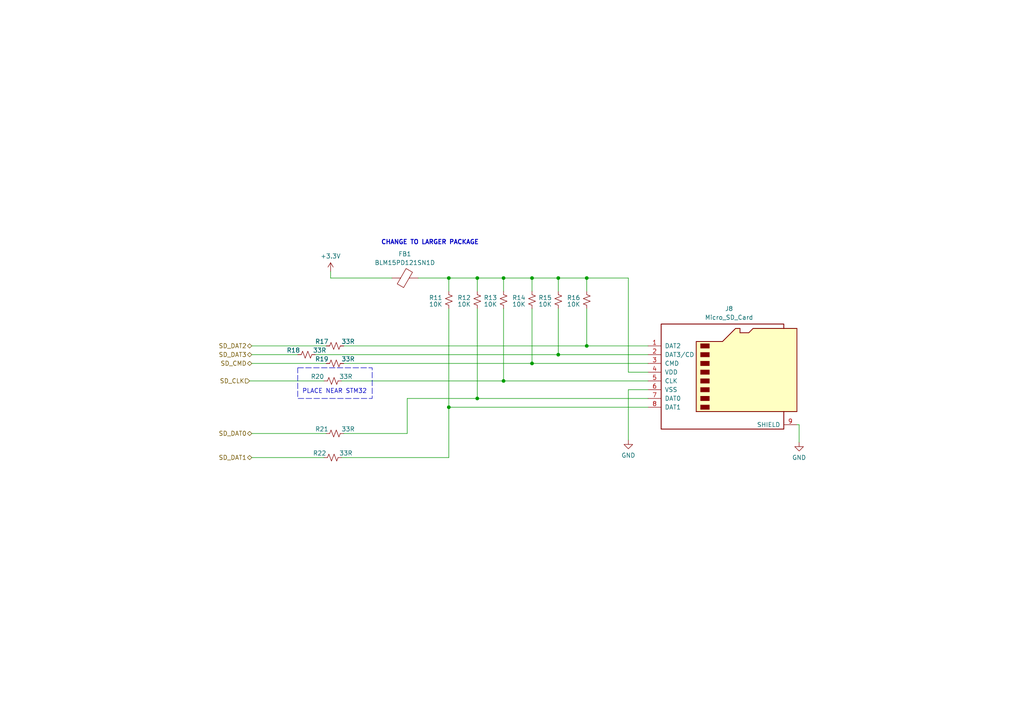
<source format=kicad_sch>
(kicad_sch (version 20230121) (generator eeschema)
  (paper "A4")
  (lib_symbols
    (symbol "Connector:Micro_SD_Card" (pin_names (offset 1.016))
      (property "Reference" "J" (at -16.51 15.24 0))
      (property "Value" "Micro_SD_Card" (at 16.51 15.24 0))
      (symbol "Micro_SD_Card_0_1"
        (rectangle (start -7.62 -9.525) (end -5.08 -10.795) (fill (type outline)))
        (rectangle (start -7.62 -6.985) (end -5.08 -8.255) (fill (type outline)))
        (rectangle (start -7.62 -4.445) (end -5.08 -5.715) (fill (type outline)))
        (rectangle (start -7.62 -1.905) (end -5.08 -3.175) (fill (type outline)))
        (rectangle (start -7.62 0.635) (end -5.08 -0.635) (fill (type outline)))
        (rectangle (start -7.62 3.175) (end -5.08 1.905) (fill (type outline)))
        (rectangle (start -7.62 5.715) (end -5.08 4.445) (fill (type outline)))
        (rectangle (start -7.62 8.255) (end -5.08 6.985) (fill (type outline)))
        (polyline (pts (xy 16.51 12.7) (xy 16.51 13.97) (xy -19.05 13.97) (xy -19.05 -16.51) (xy 16.51 -16.51) (xy 16.51 -11.43)) (stroke (width 0.254)))
        (polyline (pts (xy -8.89 -11.43) (xy -8.89 8.89) (xy -1.27 8.89) (xy 2.54 12.7) (xy 3.81 12.7) (xy 3.81 11.43) (xy 6.35 11.43) (xy 7.62 12.7) (xy 20.32 12.7) (xy 20.32 -11.43) (xy -8.89 -11.43)) (stroke (width 0.254)) (fill (type background)))
      )
      (symbol "Micro_SD_Card_1_1"
        (pin bidirectional line (at -22.86 7.62 0) (length 3.81) (name "DAT2") (number "1"))
        (pin bidirectional line (at -22.86 5.08 0) (length 3.81) (name "DAT3/CD") (number "2"))
        (pin input line (at -22.86 2.54 0) (length 3.81) (name "CMD") (number "3"))
        (pin power_in line (at -22.86 0 0) (length 3.81) (name "VDD") (number "4"))
        (pin input line (at -22.86 -2.54 0) (length 3.81) (name "CLK") (number "5"))
        (pin power_in line (at -22.86 -5.08 0) (length 3.81) (name "VSS") (number "6"))
        (pin bidirectional line (at -22.86 -7.62 0) (length 3.81) (name "DAT0") (number "7"))
        (pin bidirectional line (at -22.86 -10.16 0) (length 3.81) (name "DAT1") (number "8"))
        (pin passive line (at 20.32 -15.24 180) (length 3.81) (name "SHIELD") (number "9"))
      )
    )
    (symbol "Device:FerriteBead" (pin_numbers hide) (pin_names (offset 0))
      (property "Reference" "FB" (at -3.81 0.635 90))
      (property "Value" "FerriteBead" (at 3.81 0 90))
      (symbol "FerriteBead_0_1"
        (polyline (pts (xy 0 -1.27) (xy 0 -1.2192)))
        (polyline (pts (xy 0 1.27) (xy 0 1.2954)))
        (polyline (pts (xy -2.7686 0.4064) (xy -1.7018 2.2606) (xy 2.7686 -0.3048) (xy 1.6764 -2.159) (xy -2.7686 0.4064)))
      )
      (symbol "FerriteBead_1_1"
        (pin passive line (at 0 3.81 270) (length 2.54) (name "~") (number "1"))
        (pin passive line (at 0 -3.81 90) (length 2.54) (name "~") (number "2"))
      )
    )
    (symbol "Device:R_Small_US" (pin_numbers hide) (pin_names (offset 0.254) hide)
      (property "Reference" "R" (at 0.762 0.508 0))
      (property "Value" "R_Small_US" (at 0.762 -1.016 0))
      (symbol "R_Small_US_1_1"
        (polyline (pts (xy 0 0) (xy 1.016 -0.381) (xy 0 -0.762) (xy -1.016 -1.143) (xy 0 -1.524)))
        (polyline (pts (xy 0 1.524) (xy 1.016 1.143) (xy 0 0.762) (xy -1.016 0.381) (xy 0 0)))
        (pin passive line (at 0 2.54 270) (length 1.016) (name "~") (number "1"))
        (pin passive line (at 0 -2.54 90) (length 1.016) (name "~") (number "2"))
      )
    )
    (symbol "power:+3.3V" (power) (pin_names (offset 0))
      (property "Value" "+3.3V" (at 0 3.556 0))
      (symbol "+3.3V_0_1"
        (polyline (pts (xy -0.762 1.27) (xy 0 2.54)))
        (polyline (pts (xy 0 0) (xy 0 2.54)))
        (polyline (pts (xy 0 2.54) (xy 0.762 1.27)))
      )
      (symbol "+3.3V_1_1"
        (pin power_in line (at 0 0 90) (length 0) hide (name "+3.3V") (number "1"))
      )
    )
    (symbol "power:GND" (power) (pin_names (offset 0))
      (property "Value" "GND" (at 0 -3.81 0))
      (symbol "GND_0_1"
        (polyline (pts (xy 0 0) (xy 0 -1.27) (xy 1.27 -1.27) (xy 0 -2.54) (xy -1.27 -1.27) (xy 0 -1.27)))
      )
      (symbol "GND_1_1"
        (pin power_in line (at 0 0 270) (length 0) hide (name "GND") (number "1"))
      )
    )
  )
  (junction (at 154.305 105.41))
  (junction (at 154.305 80.645))
  (junction (at 146.05 80.645))
  (junction (at 130.175 80.645))
  (junction (at 161.925 102.87))
  (junction (at 138.43 80.645))
  (junction (at 146.05 110.49))
  (junction (at 170.18 100.33))
  (junction (at 170.18 80.645))
  (junction (at 161.925 80.645))
  (junction (at 138.43 115.57))
  (junction (at 130.175 118.11))
  (wire (pts (xy 170.18 89.535) (xy 170.18 100.33)))
  (wire (pts (xy 146.05 110.49) (xy 187.96 110.49)))
  (wire (pts (xy 161.925 80.645) (xy 161.925 84.455)))
  (wire (pts (xy 73.025 102.87) (xy 86.36 102.87)))
  (wire (pts (xy 182.245 80.645) (xy 170.18 80.645)))
  (wire (pts (xy 146.05 80.645) (xy 154.305 80.645)))
  (wire (pts (xy 161.925 89.535) (xy 161.925 102.87)))
  (wire (pts (xy 138.43 89.535) (xy 138.43 115.57)))
  (wire (pts (xy 161.925 80.645) (xy 170.18 80.645)))
  (wire (pts (xy 182.245 113.03) (xy 182.245 127.635)))
  (wire (pts (xy 99.695 100.33) (xy 170.18 100.33)))
  (wire (pts (xy 130.175 80.645) (xy 130.175 84.455)))
  (wire (pts (xy 118.11 115.57) (xy 138.43 115.57)))
  (wire (pts (xy 161.925 102.87) (xy 187.96 102.87)))
  (wire (pts (xy 170.18 100.33) (xy 187.96 100.33)))
  (wire (pts (xy 99.695 125.73) (xy 118.11 125.73)))
  (wire (pts (xy 182.245 107.95) (xy 182.245 80.645)))
  (wire (pts (xy 138.43 80.645) (xy 146.05 80.645)))
  (wire (pts (xy 146.05 80.645) (xy 146.05 84.455)))
  (wire (pts (xy 130.175 80.645) (xy 138.43 80.645)))
  (wire (pts (xy 93.98 110.49) (xy 72.39 110.49)))
  (wire (pts (xy 73.025 105.41) (xy 94.615 105.41)))
  (wire (pts (xy 154.305 105.41) (xy 187.96 105.41)))
  (wire (pts (xy 130.175 118.11) (xy 187.96 118.11)))
  (wire (pts (xy 138.43 115.57) (xy 187.96 115.57)))
  (wire (pts (xy 170.18 80.645) (xy 170.18 84.455)))
  (wire (pts (xy 91.44 102.87) (xy 161.925 102.87)))
  (wire (pts (xy 146.05 89.535) (xy 146.05 110.49)))
  (wire (pts (xy 187.96 107.95) (xy 182.245 107.95)))
  (wire (pts (xy 154.305 89.535) (xy 154.305 105.41)))
  (wire (pts (xy 99.06 110.49) (xy 146.05 110.49)))
  (wire (pts (xy 73.025 132.715) (xy 93.98 132.715)))
  (wire (pts (xy 95.885 80.645) (xy 113.665 80.645)))
  (wire (pts (xy 130.175 118.11) (xy 130.175 132.715)))
  (wire (pts (xy 73.025 100.33) (xy 94.615 100.33)))
  (wire (pts (xy 154.305 80.645) (xy 161.925 80.645)))
  (wire (pts (xy 231.775 128.27) (xy 231.775 123.19)))
  (wire (pts (xy 130.175 89.535) (xy 130.175 118.11)))
  (wire (pts (xy 187.96 113.03) (xy 182.245 113.03)))
  (wire (pts (xy 121.285 80.645) (xy 130.175 80.645)))
  (wire (pts (xy 99.695 105.41) (xy 154.305 105.41)))
  (wire (pts (xy 138.43 84.455) (xy 138.43 80.645)))
  (wire (pts (xy 154.305 80.645) (xy 154.305 84.455)))
  (wire (pts (xy 118.11 125.73) (xy 118.11 115.57)))
  (wire (pts (xy 73.025 125.73) (xy 94.615 125.73)))
  (wire (pts (xy 95.885 78.74) (xy 95.885 80.645)))
  (wire (pts (xy 99.06 132.715) (xy 130.175 132.715)))
  (wire (pts (xy 231.775 123.19) (xy 231.14 123.19)))
  (rectangle (start 86.36 106.68) (end 107.95 115.57) (stroke (width 0) (type dash)))
  (text "CHANGE TO LARGER PACKAGE" (at 110.49 71.12 0) (effects (font (size 1.27 1.27) (thickness 0.254) bold) (justify left bottom)))
  (text "PLACE NEAR STM32" (at 87.63 114.3 0) (effects (font (size 1.27 1.27)) (justify left bottom)))
  (hierarchical_label "SD_DAT0" (shape bidirectional) (at 73.025 125.73 180))
  (hierarchical_label "SD_DAT2" (shape bidirectional) (at 73.025 100.33 180))
  (hierarchical_label "SD_DAT1" (shape bidirectional) (at 73.025 132.715 180))
  (hierarchical_label "SD_CLK" (shape input) (at 72.39 110.49 180))
  (hierarchical_label "SD_CMD" (shape bidirectional) (at 73.025 105.41 180))
  (hierarchical_label "SD_DAT3" (shape bidirectional) (at 73.025 102.87 180))
  (symbol (lib_id "Device:FerriteBead") (at 117.475 80.645 90) (unit 1)
    (property "Reference" "FB1" (at 117.4242 73.66 90))
    (property "Value" "BLM15PD121SN1D" (at 117.4242 76.2 90))
    (property "Footprint" "Capacitor_SMD:C_0402_1005Metric_Pad0.74x0.62mm_HandSolder" (effects hide))
    (property "DIGI" "490-5203-1-ND" (effects hide))
    (property "MFG" "Murata Electronics" (effects hide))
    (property "PN" "BLM15PD121SN1D" (effects hide))
  )
  (symbol (lib_id "Device:R_Small_US") (at 146.05 86.995 180) (unit 1)
    (property "Reference" "R13" (at 142.24 86.36 0))
    (property "Value" "10K" (at 142.24 88.265 0))
    (property "Footprint" "Resistor_SMD:R_0603_1608Metric" (effects hide))
    (property "DIGI" "311-10.0KHRCT-ND" (effects hide))
    (property "MFG" "YAGEO" (effects hide))
    (property "PN" "RC0603FR-0710KL" (effects hide))
  )
  (symbol (lib_id "Device:R_Small_US") (at 97.155 100.33 90) (unit 1)
    (property "Reference" "R17" (at 93.345 99.06 90))
    (property "Value" "33R" (at 100.965 99.06 90))
    (property "Footprint" "Resistor_SMD:R_0603_1608Metric" (effects hide))
    (property "DIGI" "13-RC0603FR-1333RLCT-ND" (effects hide))
    (property "MFG" "YAGEO" (effects hide))
    (property "PN" "RC0603FR-1333RL" (effects hide))
  )
  (symbol (lib_id "Device:R_Small_US") (at 161.925 86.995 180) (unit 1)
    (property "Reference" "R15" (at 158.115 86.36 0))
    (property "Value" "10K" (at 158.115 88.265 0))
    (property "Footprint" "Resistor_SMD:R_0603_1608Metric" (effects hide))
    (property "DIGI" "311-10.0KHRCT-ND" (effects hide))
    (property "MFG" "YAGEO" (effects hide))
    (property "PN" "RC0603FR-0710KL" (effects hide))
  )
  (symbol (lib_id "Device:R_Small_US") (at 96.52 110.49 90) (unit 1)
    (property "Reference" "R20" (at 92.075 109.22 90))
    (property "Value" "33R" (at 100.33 109.22 90))
    (property "Footprint" "Resistor_SMD:R_0603_1608Metric" (effects hide))
    (property "DIGI" "13-RC0603FR-1333RLCT-ND" (effects hide))
    (property "MFG" "YAGEO" (effects hide))
    (property "PN" "RC0603FR-1333RL" (effects hide))
  )
  (symbol (lib_id "power:GND") (at 182.245 127.635 0) (unit 1)
    (property "Reference" "#PWR048" (effects hide))
    (property "Value" "GND" (at 182.245 132.08 0))
  )
  (symbol (lib_id "Device:R_Small_US") (at 97.155 105.41 90) (unit 1)
    (property "Reference" "R19" (at 93.345 104.14 90))
    (property "Value" "33R" (at 100.965 104.14 90))
    (property "Footprint" "Resistor_SMD:R_0603_1608Metric" (effects hide))
    (property "DIGI" "13-RC0603FR-1333RLCT-ND" (effects hide))
    (property "MFG" "YAGEO" (effects hide))
    (property "PN" "RC0603FR-1333RL" (effects hide))
  )
  (symbol (lib_id "Device:R_Small_US") (at 154.305 86.995 180) (unit 1)
    (property "Reference" "R14" (at 150.495 86.36 0))
    (property "Value" "10K" (at 150.495 88.265 0))
    (property "Footprint" "Resistor_SMD:R_0603_1608Metric" (effects hide))
    (property "DIGI" "311-10.0KHRCT-ND" (effects hide))
    (property "MFG" "YAGEO" (effects hide))
    (property "PN" "RC0603FR-0710KL" (effects hide))
  )
  (symbol (lib_id "Device:R_Small_US") (at 97.155 125.73 90) (unit 1)
    (property "Reference" "R21" (at 93.345 124.46 90))
    (property "Value" "33R" (at 100.965 124.46 90))
    (property "Footprint" "Resistor_SMD:R_0603_1608Metric" (effects hide))
    (property "DIGI" "13-RC0603FR-1333RLCT-ND" (effects hide))
    (property "MFG" "YAGEO" (effects hide))
    (property "PN" "RC0603FR-1333RL" (effects hide))
  )
  (symbol (lib_id "power:+3.3V") (at 95.885 78.74 0) (unit 1)
    (property "Reference" "#PWR047" (effects hide))
    (property "Value" "+3.3V" (at 95.885 74.295 0))
  )
  (symbol (lib_id "Device:R_Small_US") (at 130.175 86.995 180) (unit 1)
    (property "Reference" "R11" (at 126.365 86.36 0))
    (property "Value" "10K" (at 126.365 88.265 0))
    (property "Footprint" "Resistor_SMD:R_0603_1608Metric" (effects hide))
    (property "DIGI" "311-10.0KHRCT-ND" (effects hide))
    (property "MFG" "YAGEO" (effects hide))
    (property "PN" "RC0603FR-0710KL" (effects hide))
  )
  (symbol (lib_id "Connector:Micro_SD_Card") (at 210.82 107.95 0) (unit 1)
    (property "Reference" "J8" (at 211.455 89.535 0))
    (property "Value" "Micro_SD_Card" (at 211.455 92.075 0))
    (property "Footprint" "projectlib:MOLEX_47219-2001" (effects hide))
    (property "DIGI" "WM6698CT-ND" (effects hide))
    (property "MFG" "Molex" (effects hide))
    (property "PN" "0472192001" (effects hide))
  )
  (symbol (lib_id "Device:R_Small_US") (at 88.9 102.87 90) (unit 1)
    (property "Reference" "R18" (at 85.09 101.6 90))
    (property "Value" "33R" (at 92.71 101.6 90))
    (property "Footprint" "Resistor_SMD:R_0603_1608Metric" (effects hide))
    (property "DIGI" "13-RC0603FR-1333RLCT-ND" (effects hide))
    (property "MFG" "YAGEO" (effects hide))
    (property "PN" "RC0603FR-1333RL" (effects hide))
  )
  (symbol (lib_id "Device:R_Small_US") (at 138.43 86.995 180) (unit 1)
    (property "Reference" "R12" (at 134.62 86.36 0))
    (property "Value" "10K" (at 134.62 88.265 0))
    (property "Footprint" "Resistor_SMD:R_0603_1608Metric" (effects hide))
    (property "DIGI" "311-10.0KHRCT-ND" (effects hide))
    (property "MFG" "YAGEO" (effects hide))
    (property "PN" "RC0603FR-0710KL" (effects hide))
  )
  (symbol (lib_id "Device:R_Small_US") (at 170.18 86.995 180) (unit 1)
    (property "Reference" "R16" (at 166.37 86.36 0))
    (property "Value" "10K" (at 166.37 88.265 0))
    (property "Footprint" "Resistor_SMD:R_0603_1608Metric" (effects hide))
    (property "DIGI" "311-10.0KHRCT-ND" (effects hide))
    (property "MFG" "YAGEO" (effects hide))
    (property "PN" "RC0603FR-0710KL" (effects hide))
  )
  (symbol (lib_id "Device:R_Small_US") (at 96.52 132.715 90) (unit 1)
    (property "Reference" "R22" (at 92.71 131.445 90))
    (property "Value" "33R" (at 100.33 131.445 90))
    (property "Footprint" "Resistor_SMD:R_0603_1608Metric" (effects hide))
    (property "DIGI" "13-RC0603FR-1333RLCT-ND" (effects hide))
    (property "MFG" "YAGEO" (effects hide))
    (property "PN" "RC0603FR-1333RL" (effects hide))
  )
  (symbol (lib_id "power:GND") (at 231.775 128.27 0) (unit 1)
    (property "Reference" "#PWR049" (effects hide))
    (property "Value" "GND" (at 231.775 132.715 0))
  )
)
</source>
